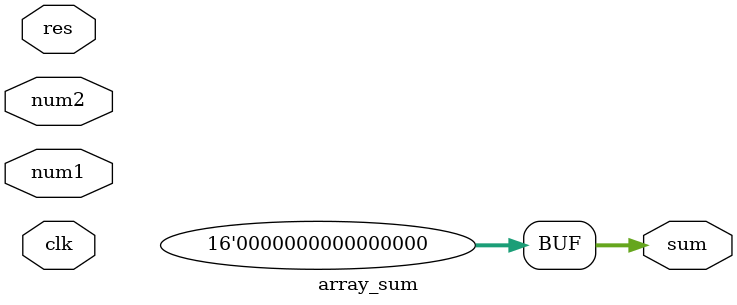
<source format=v>
module array_sum(
    input [79:0] num1,
    input [79:0] num2,
    output reg [15:0] sum,
    input clk,
    input res
);

integer i;

always @(res == 1)
sum <=0;

always @(negedge clk) begin
    sum = 16'b0; 
    
    for (i = 0; i < 10; i = i + 1) begin
        sum = sum + num1[i*8 +: 8] * num2[i*8 +: 8]; // Accumulate products
    end
end

endmodule

</source>
